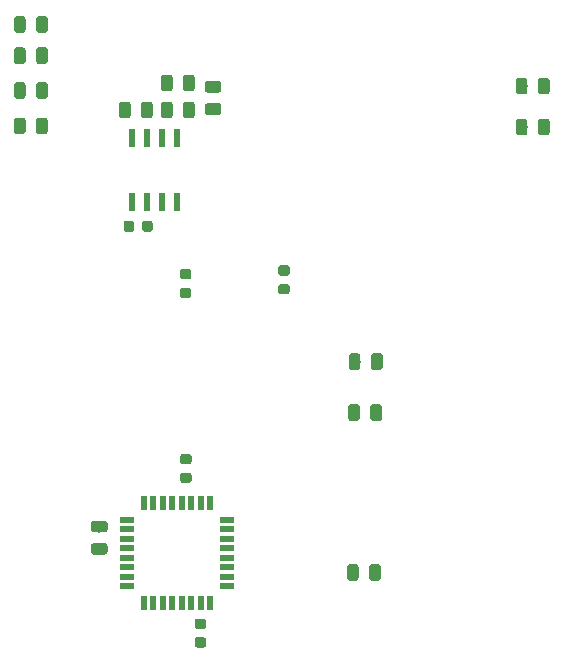
<source format=gbr>
G04 #@! TF.GenerationSoftware,KiCad,Pcbnew,5.0.1+dfsg1-3*
G04 #@! TF.CreationDate,2018-11-04T01:21:10+01:00*
G04 #@! TF.ProjectId,stk3700_beesensors,73746B333730305F62656573656E736F,rev?*
G04 #@! TF.SameCoordinates,Original*
G04 #@! TF.FileFunction,Paste,Bot*
G04 #@! TF.FilePolarity,Positive*
%FSLAX46Y46*%
G04 Gerber Fmt 4.6, Leading zero omitted, Abs format (unit mm)*
G04 Created by KiCad (PCBNEW 5.0.1+dfsg1-3) date Sun 04 Nov 2018 01:21:10 CET*
%MOMM*%
%LPD*%
G01*
G04 APERTURE LIST*
%ADD10C,0.100000*%
%ADD11C,0.875000*%
%ADD12C,0.975000*%
%ADD13R,0.600000X1.550000*%
%ADD14R,1.200000X0.600000*%
%ADD15R,0.600000X1.200000*%
G04 APERTURE END LIST*
D10*
G04 #@! TO.C,C9*
G36*
X100963291Y-90368453D02*
X100984526Y-90371603D01*
X101005350Y-90376819D01*
X101025562Y-90384051D01*
X101044968Y-90393230D01*
X101063381Y-90404266D01*
X101080624Y-90417054D01*
X101096530Y-90431470D01*
X101110946Y-90447376D01*
X101123734Y-90464619D01*
X101134770Y-90483032D01*
X101143949Y-90502438D01*
X101151181Y-90522650D01*
X101156397Y-90543474D01*
X101159547Y-90564709D01*
X101160600Y-90586150D01*
X101160600Y-91023650D01*
X101159547Y-91045091D01*
X101156397Y-91066326D01*
X101151181Y-91087150D01*
X101143949Y-91107362D01*
X101134770Y-91126768D01*
X101123734Y-91145181D01*
X101110946Y-91162424D01*
X101096530Y-91178330D01*
X101080624Y-91192746D01*
X101063381Y-91205534D01*
X101044968Y-91216570D01*
X101025562Y-91225749D01*
X101005350Y-91232981D01*
X100984526Y-91238197D01*
X100963291Y-91241347D01*
X100941850Y-91242400D01*
X100429350Y-91242400D01*
X100407909Y-91241347D01*
X100386674Y-91238197D01*
X100365850Y-91232981D01*
X100345638Y-91225749D01*
X100326232Y-91216570D01*
X100307819Y-91205534D01*
X100290576Y-91192746D01*
X100274670Y-91178330D01*
X100260254Y-91162424D01*
X100247466Y-91145181D01*
X100236430Y-91126768D01*
X100227251Y-91107362D01*
X100220019Y-91087150D01*
X100214803Y-91066326D01*
X100211653Y-91045091D01*
X100210600Y-91023650D01*
X100210600Y-90586150D01*
X100211653Y-90564709D01*
X100214803Y-90543474D01*
X100220019Y-90522650D01*
X100227251Y-90502438D01*
X100236430Y-90483032D01*
X100247466Y-90464619D01*
X100260254Y-90447376D01*
X100274670Y-90431470D01*
X100290576Y-90417054D01*
X100307819Y-90404266D01*
X100326232Y-90393230D01*
X100345638Y-90384051D01*
X100365850Y-90376819D01*
X100386674Y-90371603D01*
X100407909Y-90368453D01*
X100429350Y-90367400D01*
X100941850Y-90367400D01*
X100963291Y-90368453D01*
X100963291Y-90368453D01*
G37*
D11*
X100685600Y-90804900D03*
D10*
G36*
X100963291Y-91943453D02*
X100984526Y-91946603D01*
X101005350Y-91951819D01*
X101025562Y-91959051D01*
X101044968Y-91968230D01*
X101063381Y-91979266D01*
X101080624Y-91992054D01*
X101096530Y-92006470D01*
X101110946Y-92022376D01*
X101123734Y-92039619D01*
X101134770Y-92058032D01*
X101143949Y-92077438D01*
X101151181Y-92097650D01*
X101156397Y-92118474D01*
X101159547Y-92139709D01*
X101160600Y-92161150D01*
X101160600Y-92598650D01*
X101159547Y-92620091D01*
X101156397Y-92641326D01*
X101151181Y-92662150D01*
X101143949Y-92682362D01*
X101134770Y-92701768D01*
X101123734Y-92720181D01*
X101110946Y-92737424D01*
X101096530Y-92753330D01*
X101080624Y-92767746D01*
X101063381Y-92780534D01*
X101044968Y-92791570D01*
X101025562Y-92800749D01*
X101005350Y-92807981D01*
X100984526Y-92813197D01*
X100963291Y-92816347D01*
X100941850Y-92817400D01*
X100429350Y-92817400D01*
X100407909Y-92816347D01*
X100386674Y-92813197D01*
X100365850Y-92807981D01*
X100345638Y-92800749D01*
X100326232Y-92791570D01*
X100307819Y-92780534D01*
X100290576Y-92767746D01*
X100274670Y-92753330D01*
X100260254Y-92737424D01*
X100247466Y-92720181D01*
X100236430Y-92701768D01*
X100227251Y-92682362D01*
X100220019Y-92662150D01*
X100214803Y-92641326D01*
X100211653Y-92620091D01*
X100210600Y-92598650D01*
X100210600Y-92161150D01*
X100211653Y-92139709D01*
X100214803Y-92118474D01*
X100220019Y-92097650D01*
X100227251Y-92077438D01*
X100236430Y-92058032D01*
X100247466Y-92039619D01*
X100260254Y-92022376D01*
X100274670Y-92006470D01*
X100290576Y-91992054D01*
X100307819Y-91979266D01*
X100326232Y-91968230D01*
X100345638Y-91959051D01*
X100365850Y-91951819D01*
X100386674Y-91946603D01*
X100407909Y-91943453D01*
X100429350Y-91942400D01*
X100941850Y-91942400D01*
X100963291Y-91943453D01*
X100963291Y-91943453D01*
G37*
D11*
X100685600Y-92379900D03*
G04 #@! TD*
D10*
G04 #@! TO.C,C7*
G36*
X102182491Y-105888053D02*
X102203726Y-105891203D01*
X102224550Y-105896419D01*
X102244762Y-105903651D01*
X102264168Y-105912830D01*
X102282581Y-105923866D01*
X102299824Y-105936654D01*
X102315730Y-105951070D01*
X102330146Y-105966976D01*
X102342934Y-105984219D01*
X102353970Y-106002632D01*
X102363149Y-106022038D01*
X102370381Y-106042250D01*
X102375597Y-106063074D01*
X102378747Y-106084309D01*
X102379800Y-106105750D01*
X102379800Y-106543250D01*
X102378747Y-106564691D01*
X102375597Y-106585926D01*
X102370381Y-106606750D01*
X102363149Y-106626962D01*
X102353970Y-106646368D01*
X102342934Y-106664781D01*
X102330146Y-106682024D01*
X102315730Y-106697930D01*
X102299824Y-106712346D01*
X102282581Y-106725134D01*
X102264168Y-106736170D01*
X102244762Y-106745349D01*
X102224550Y-106752581D01*
X102203726Y-106757797D01*
X102182491Y-106760947D01*
X102161050Y-106762000D01*
X101648550Y-106762000D01*
X101627109Y-106760947D01*
X101605874Y-106757797D01*
X101585050Y-106752581D01*
X101564838Y-106745349D01*
X101545432Y-106736170D01*
X101527019Y-106725134D01*
X101509776Y-106712346D01*
X101493870Y-106697930D01*
X101479454Y-106682024D01*
X101466666Y-106664781D01*
X101455630Y-106646368D01*
X101446451Y-106626962D01*
X101439219Y-106606750D01*
X101434003Y-106585926D01*
X101430853Y-106564691D01*
X101429800Y-106543250D01*
X101429800Y-106105750D01*
X101430853Y-106084309D01*
X101434003Y-106063074D01*
X101439219Y-106042250D01*
X101446451Y-106022038D01*
X101455630Y-106002632D01*
X101466666Y-105984219D01*
X101479454Y-105966976D01*
X101493870Y-105951070D01*
X101509776Y-105936654D01*
X101527019Y-105923866D01*
X101545432Y-105912830D01*
X101564838Y-105903651D01*
X101585050Y-105896419D01*
X101605874Y-105891203D01*
X101627109Y-105888053D01*
X101648550Y-105887000D01*
X102161050Y-105887000D01*
X102182491Y-105888053D01*
X102182491Y-105888053D01*
G37*
D11*
X101904800Y-106324500D03*
D10*
G36*
X102182491Y-104313053D02*
X102203726Y-104316203D01*
X102224550Y-104321419D01*
X102244762Y-104328651D01*
X102264168Y-104337830D01*
X102282581Y-104348866D01*
X102299824Y-104361654D01*
X102315730Y-104376070D01*
X102330146Y-104391976D01*
X102342934Y-104409219D01*
X102353970Y-104427632D01*
X102363149Y-104447038D01*
X102370381Y-104467250D01*
X102375597Y-104488074D01*
X102378747Y-104509309D01*
X102379800Y-104530750D01*
X102379800Y-104968250D01*
X102378747Y-104989691D01*
X102375597Y-105010926D01*
X102370381Y-105031750D01*
X102363149Y-105051962D01*
X102353970Y-105071368D01*
X102342934Y-105089781D01*
X102330146Y-105107024D01*
X102315730Y-105122930D01*
X102299824Y-105137346D01*
X102282581Y-105150134D01*
X102264168Y-105161170D01*
X102244762Y-105170349D01*
X102224550Y-105177581D01*
X102203726Y-105182797D01*
X102182491Y-105185947D01*
X102161050Y-105187000D01*
X101648550Y-105187000D01*
X101627109Y-105185947D01*
X101605874Y-105182797D01*
X101585050Y-105177581D01*
X101564838Y-105170349D01*
X101545432Y-105161170D01*
X101527019Y-105150134D01*
X101509776Y-105137346D01*
X101493870Y-105122930D01*
X101479454Y-105107024D01*
X101466666Y-105089781D01*
X101455630Y-105071368D01*
X101446451Y-105051962D01*
X101439219Y-105031750D01*
X101434003Y-105010926D01*
X101430853Y-104989691D01*
X101429800Y-104968250D01*
X101429800Y-104530750D01*
X101430853Y-104509309D01*
X101434003Y-104488074D01*
X101439219Y-104467250D01*
X101446451Y-104447038D01*
X101455630Y-104427632D01*
X101466666Y-104409219D01*
X101479454Y-104391976D01*
X101493870Y-104376070D01*
X101509776Y-104361654D01*
X101527019Y-104348866D01*
X101545432Y-104337830D01*
X101564838Y-104328651D01*
X101585050Y-104321419D01*
X101605874Y-104316203D01*
X101627109Y-104313053D01*
X101648550Y-104312000D01*
X102161050Y-104312000D01*
X102182491Y-104313053D01*
X102182491Y-104313053D01*
G37*
D11*
X101904800Y-104749500D03*
G04 #@! TD*
D10*
G04 #@! TO.C,C3*
G36*
X103464442Y-58799574D02*
X103488103Y-58803084D01*
X103511307Y-58808896D01*
X103533829Y-58816954D01*
X103555453Y-58827182D01*
X103575970Y-58839479D01*
X103595183Y-58853729D01*
X103612907Y-58869793D01*
X103628971Y-58887517D01*
X103643221Y-58906730D01*
X103655518Y-58927247D01*
X103665746Y-58948871D01*
X103673804Y-58971393D01*
X103679616Y-58994597D01*
X103683126Y-59018258D01*
X103684300Y-59042150D01*
X103684300Y-59529650D01*
X103683126Y-59553542D01*
X103679616Y-59577203D01*
X103673804Y-59600407D01*
X103665746Y-59622929D01*
X103655518Y-59644553D01*
X103643221Y-59665070D01*
X103628971Y-59684283D01*
X103612907Y-59702007D01*
X103595183Y-59718071D01*
X103575970Y-59732321D01*
X103555453Y-59744618D01*
X103533829Y-59754846D01*
X103511307Y-59762904D01*
X103488103Y-59768716D01*
X103464442Y-59772226D01*
X103440550Y-59773400D01*
X102528050Y-59773400D01*
X102504158Y-59772226D01*
X102480497Y-59768716D01*
X102457293Y-59762904D01*
X102434771Y-59754846D01*
X102413147Y-59744618D01*
X102392630Y-59732321D01*
X102373417Y-59718071D01*
X102355693Y-59702007D01*
X102339629Y-59684283D01*
X102325379Y-59665070D01*
X102313082Y-59644553D01*
X102302854Y-59622929D01*
X102294796Y-59600407D01*
X102288984Y-59577203D01*
X102285474Y-59553542D01*
X102284300Y-59529650D01*
X102284300Y-59042150D01*
X102285474Y-59018258D01*
X102288984Y-58994597D01*
X102294796Y-58971393D01*
X102302854Y-58948871D01*
X102313082Y-58927247D01*
X102325379Y-58906730D01*
X102339629Y-58887517D01*
X102355693Y-58869793D01*
X102373417Y-58853729D01*
X102392630Y-58839479D01*
X102413147Y-58827182D01*
X102434771Y-58816954D01*
X102457293Y-58808896D01*
X102480497Y-58803084D01*
X102504158Y-58799574D01*
X102528050Y-58798400D01*
X103440550Y-58798400D01*
X103464442Y-58799574D01*
X103464442Y-58799574D01*
G37*
D12*
X102984300Y-59285900D03*
D10*
G36*
X103464442Y-60674574D02*
X103488103Y-60678084D01*
X103511307Y-60683896D01*
X103533829Y-60691954D01*
X103555453Y-60702182D01*
X103575970Y-60714479D01*
X103595183Y-60728729D01*
X103612907Y-60744793D01*
X103628971Y-60762517D01*
X103643221Y-60781730D01*
X103655518Y-60802247D01*
X103665746Y-60823871D01*
X103673804Y-60846393D01*
X103679616Y-60869597D01*
X103683126Y-60893258D01*
X103684300Y-60917150D01*
X103684300Y-61404650D01*
X103683126Y-61428542D01*
X103679616Y-61452203D01*
X103673804Y-61475407D01*
X103665746Y-61497929D01*
X103655518Y-61519553D01*
X103643221Y-61540070D01*
X103628971Y-61559283D01*
X103612907Y-61577007D01*
X103595183Y-61593071D01*
X103575970Y-61607321D01*
X103555453Y-61619618D01*
X103533829Y-61629846D01*
X103511307Y-61637904D01*
X103488103Y-61643716D01*
X103464442Y-61647226D01*
X103440550Y-61648400D01*
X102528050Y-61648400D01*
X102504158Y-61647226D01*
X102480497Y-61643716D01*
X102457293Y-61637904D01*
X102434771Y-61629846D01*
X102413147Y-61619618D01*
X102392630Y-61607321D01*
X102373417Y-61593071D01*
X102355693Y-61577007D01*
X102339629Y-61559283D01*
X102325379Y-61540070D01*
X102313082Y-61519553D01*
X102302854Y-61497929D01*
X102294796Y-61475407D01*
X102288984Y-61452203D01*
X102285474Y-61428542D01*
X102284300Y-61404650D01*
X102284300Y-60917150D01*
X102285474Y-60893258D01*
X102288984Y-60869597D01*
X102294796Y-60846393D01*
X102302854Y-60823871D01*
X102313082Y-60802247D01*
X102325379Y-60781730D01*
X102339629Y-60762517D01*
X102355693Y-60744793D01*
X102373417Y-60728729D01*
X102392630Y-60714479D01*
X102413147Y-60702182D01*
X102434771Y-60691954D01*
X102457293Y-60683896D01*
X102480497Y-60678084D01*
X102504158Y-60674574D01*
X102528050Y-60673400D01*
X103440550Y-60673400D01*
X103464442Y-60674574D01*
X103464442Y-60674574D01*
G37*
D12*
X102984300Y-61160900D03*
G04 #@! TD*
D10*
G04 #@! TO.C,C6*
G36*
X131253142Y-58533974D02*
X131276803Y-58537484D01*
X131300007Y-58543296D01*
X131322529Y-58551354D01*
X131344153Y-58561582D01*
X131364670Y-58573879D01*
X131383883Y-58588129D01*
X131401607Y-58604193D01*
X131417671Y-58621917D01*
X131431921Y-58641130D01*
X131444218Y-58661647D01*
X131454446Y-58683271D01*
X131462504Y-58705793D01*
X131468316Y-58728997D01*
X131471826Y-58752658D01*
X131473000Y-58776550D01*
X131473000Y-59689050D01*
X131471826Y-59712942D01*
X131468316Y-59736603D01*
X131462504Y-59759807D01*
X131454446Y-59782329D01*
X131444218Y-59803953D01*
X131431921Y-59824470D01*
X131417671Y-59843683D01*
X131401607Y-59861407D01*
X131383883Y-59877471D01*
X131364670Y-59891721D01*
X131344153Y-59904018D01*
X131322529Y-59914246D01*
X131300007Y-59922304D01*
X131276803Y-59928116D01*
X131253142Y-59931626D01*
X131229250Y-59932800D01*
X130741750Y-59932800D01*
X130717858Y-59931626D01*
X130694197Y-59928116D01*
X130670993Y-59922304D01*
X130648471Y-59914246D01*
X130626847Y-59904018D01*
X130606330Y-59891721D01*
X130587117Y-59877471D01*
X130569393Y-59861407D01*
X130553329Y-59843683D01*
X130539079Y-59824470D01*
X130526782Y-59803953D01*
X130516554Y-59782329D01*
X130508496Y-59759807D01*
X130502684Y-59736603D01*
X130499174Y-59712942D01*
X130498000Y-59689050D01*
X130498000Y-58776550D01*
X130499174Y-58752658D01*
X130502684Y-58728997D01*
X130508496Y-58705793D01*
X130516554Y-58683271D01*
X130526782Y-58661647D01*
X130539079Y-58641130D01*
X130553329Y-58621917D01*
X130569393Y-58604193D01*
X130587117Y-58588129D01*
X130606330Y-58573879D01*
X130626847Y-58561582D01*
X130648471Y-58551354D01*
X130670993Y-58543296D01*
X130694197Y-58537484D01*
X130717858Y-58533974D01*
X130741750Y-58532800D01*
X131229250Y-58532800D01*
X131253142Y-58533974D01*
X131253142Y-58533974D01*
G37*
D12*
X130985500Y-59232800D03*
D10*
G36*
X129378142Y-58533974D02*
X129401803Y-58537484D01*
X129425007Y-58543296D01*
X129447529Y-58551354D01*
X129469153Y-58561582D01*
X129489670Y-58573879D01*
X129508883Y-58588129D01*
X129526607Y-58604193D01*
X129542671Y-58621917D01*
X129556921Y-58641130D01*
X129569218Y-58661647D01*
X129579446Y-58683271D01*
X129587504Y-58705793D01*
X129593316Y-58728997D01*
X129596826Y-58752658D01*
X129598000Y-58776550D01*
X129598000Y-59689050D01*
X129596826Y-59712942D01*
X129593316Y-59736603D01*
X129587504Y-59759807D01*
X129579446Y-59782329D01*
X129569218Y-59803953D01*
X129556921Y-59824470D01*
X129542671Y-59843683D01*
X129526607Y-59861407D01*
X129508883Y-59877471D01*
X129489670Y-59891721D01*
X129469153Y-59904018D01*
X129447529Y-59914246D01*
X129425007Y-59922304D01*
X129401803Y-59928116D01*
X129378142Y-59931626D01*
X129354250Y-59932800D01*
X128866750Y-59932800D01*
X128842858Y-59931626D01*
X128819197Y-59928116D01*
X128795993Y-59922304D01*
X128773471Y-59914246D01*
X128751847Y-59904018D01*
X128731330Y-59891721D01*
X128712117Y-59877471D01*
X128694393Y-59861407D01*
X128678329Y-59843683D01*
X128664079Y-59824470D01*
X128651782Y-59803953D01*
X128641554Y-59782329D01*
X128633496Y-59759807D01*
X128627684Y-59736603D01*
X128624174Y-59712942D01*
X128623000Y-59689050D01*
X128623000Y-58776550D01*
X128624174Y-58752658D01*
X128627684Y-58728997D01*
X128633496Y-58705793D01*
X128641554Y-58683271D01*
X128651782Y-58661647D01*
X128664079Y-58641130D01*
X128678329Y-58621917D01*
X128694393Y-58604193D01*
X128712117Y-58588129D01*
X128731330Y-58573879D01*
X128751847Y-58561582D01*
X128773471Y-58551354D01*
X128795993Y-58543296D01*
X128819197Y-58537484D01*
X128842858Y-58533974D01*
X128866750Y-58532800D01*
X129354250Y-58532800D01*
X129378142Y-58533974D01*
X129378142Y-58533974D01*
G37*
D12*
X129110500Y-59232800D03*
G04 #@! TD*
D10*
G04 #@! TO.C,C13*
G36*
X100932811Y-74706813D02*
X100954046Y-74709963D01*
X100974870Y-74715179D01*
X100995082Y-74722411D01*
X101014488Y-74731590D01*
X101032901Y-74742626D01*
X101050144Y-74755414D01*
X101066050Y-74769830D01*
X101080466Y-74785736D01*
X101093254Y-74802979D01*
X101104290Y-74821392D01*
X101113469Y-74840798D01*
X101120701Y-74861010D01*
X101125917Y-74881834D01*
X101129067Y-74903069D01*
X101130120Y-74924510D01*
X101130120Y-75362010D01*
X101129067Y-75383451D01*
X101125917Y-75404686D01*
X101120701Y-75425510D01*
X101113469Y-75445722D01*
X101104290Y-75465128D01*
X101093254Y-75483541D01*
X101080466Y-75500784D01*
X101066050Y-75516690D01*
X101050144Y-75531106D01*
X101032901Y-75543894D01*
X101014488Y-75554930D01*
X100995082Y-75564109D01*
X100974870Y-75571341D01*
X100954046Y-75576557D01*
X100932811Y-75579707D01*
X100911370Y-75580760D01*
X100398870Y-75580760D01*
X100377429Y-75579707D01*
X100356194Y-75576557D01*
X100335370Y-75571341D01*
X100315158Y-75564109D01*
X100295752Y-75554930D01*
X100277339Y-75543894D01*
X100260096Y-75531106D01*
X100244190Y-75516690D01*
X100229774Y-75500784D01*
X100216986Y-75483541D01*
X100205950Y-75465128D01*
X100196771Y-75445722D01*
X100189539Y-75425510D01*
X100184323Y-75404686D01*
X100181173Y-75383451D01*
X100180120Y-75362010D01*
X100180120Y-74924510D01*
X100181173Y-74903069D01*
X100184323Y-74881834D01*
X100189539Y-74861010D01*
X100196771Y-74840798D01*
X100205950Y-74821392D01*
X100216986Y-74802979D01*
X100229774Y-74785736D01*
X100244190Y-74769830D01*
X100260096Y-74755414D01*
X100277339Y-74742626D01*
X100295752Y-74731590D01*
X100315158Y-74722411D01*
X100335370Y-74715179D01*
X100356194Y-74709963D01*
X100377429Y-74706813D01*
X100398870Y-74705760D01*
X100911370Y-74705760D01*
X100932811Y-74706813D01*
X100932811Y-74706813D01*
G37*
D11*
X100655120Y-75143260D03*
D10*
G36*
X100932811Y-76281813D02*
X100954046Y-76284963D01*
X100974870Y-76290179D01*
X100995082Y-76297411D01*
X101014488Y-76306590D01*
X101032901Y-76317626D01*
X101050144Y-76330414D01*
X101066050Y-76344830D01*
X101080466Y-76360736D01*
X101093254Y-76377979D01*
X101104290Y-76396392D01*
X101113469Y-76415798D01*
X101120701Y-76436010D01*
X101125917Y-76456834D01*
X101129067Y-76478069D01*
X101130120Y-76499510D01*
X101130120Y-76937010D01*
X101129067Y-76958451D01*
X101125917Y-76979686D01*
X101120701Y-77000510D01*
X101113469Y-77020722D01*
X101104290Y-77040128D01*
X101093254Y-77058541D01*
X101080466Y-77075784D01*
X101066050Y-77091690D01*
X101050144Y-77106106D01*
X101032901Y-77118894D01*
X101014488Y-77129930D01*
X100995082Y-77139109D01*
X100974870Y-77146341D01*
X100954046Y-77151557D01*
X100932811Y-77154707D01*
X100911370Y-77155760D01*
X100398870Y-77155760D01*
X100377429Y-77154707D01*
X100356194Y-77151557D01*
X100335370Y-77146341D01*
X100315158Y-77139109D01*
X100295752Y-77129930D01*
X100277339Y-77118894D01*
X100260096Y-77106106D01*
X100244190Y-77091690D01*
X100229774Y-77075784D01*
X100216986Y-77058541D01*
X100205950Y-77040128D01*
X100196771Y-77020722D01*
X100189539Y-77000510D01*
X100184323Y-76979686D01*
X100181173Y-76958451D01*
X100180120Y-76937010D01*
X100180120Y-76499510D01*
X100181173Y-76478069D01*
X100184323Y-76456834D01*
X100189539Y-76436010D01*
X100196771Y-76415798D01*
X100205950Y-76396392D01*
X100216986Y-76377979D01*
X100229774Y-76360736D01*
X100244190Y-76344830D01*
X100260096Y-76330414D01*
X100277339Y-76317626D01*
X100295752Y-76306590D01*
X100315158Y-76297411D01*
X100335370Y-76290179D01*
X100356194Y-76284963D01*
X100377429Y-76281813D01*
X100398870Y-76280760D01*
X100911370Y-76280760D01*
X100932811Y-76281813D01*
X100932811Y-76281813D01*
G37*
D11*
X100655120Y-76718260D03*
G04 #@! TD*
D10*
G04 #@! TO.C,C15*
G36*
X109264011Y-75977013D02*
X109285246Y-75980163D01*
X109306070Y-75985379D01*
X109326282Y-75992611D01*
X109345688Y-76001790D01*
X109364101Y-76012826D01*
X109381344Y-76025614D01*
X109397250Y-76040030D01*
X109411666Y-76055936D01*
X109424454Y-76073179D01*
X109435490Y-76091592D01*
X109444669Y-76110998D01*
X109451901Y-76131210D01*
X109457117Y-76152034D01*
X109460267Y-76173269D01*
X109461320Y-76194710D01*
X109461320Y-76632210D01*
X109460267Y-76653651D01*
X109457117Y-76674886D01*
X109451901Y-76695710D01*
X109444669Y-76715922D01*
X109435490Y-76735328D01*
X109424454Y-76753741D01*
X109411666Y-76770984D01*
X109397250Y-76786890D01*
X109381344Y-76801306D01*
X109364101Y-76814094D01*
X109345688Y-76825130D01*
X109326282Y-76834309D01*
X109306070Y-76841541D01*
X109285246Y-76846757D01*
X109264011Y-76849907D01*
X109242570Y-76850960D01*
X108730070Y-76850960D01*
X108708629Y-76849907D01*
X108687394Y-76846757D01*
X108666570Y-76841541D01*
X108646358Y-76834309D01*
X108626952Y-76825130D01*
X108608539Y-76814094D01*
X108591296Y-76801306D01*
X108575390Y-76786890D01*
X108560974Y-76770984D01*
X108548186Y-76753741D01*
X108537150Y-76735328D01*
X108527971Y-76715922D01*
X108520739Y-76695710D01*
X108515523Y-76674886D01*
X108512373Y-76653651D01*
X108511320Y-76632210D01*
X108511320Y-76194710D01*
X108512373Y-76173269D01*
X108515523Y-76152034D01*
X108520739Y-76131210D01*
X108527971Y-76110998D01*
X108537150Y-76091592D01*
X108548186Y-76073179D01*
X108560974Y-76055936D01*
X108575390Y-76040030D01*
X108591296Y-76025614D01*
X108608539Y-76012826D01*
X108626952Y-76001790D01*
X108646358Y-75992611D01*
X108666570Y-75985379D01*
X108687394Y-75980163D01*
X108708629Y-75977013D01*
X108730070Y-75975960D01*
X109242570Y-75975960D01*
X109264011Y-75977013D01*
X109264011Y-75977013D01*
G37*
D11*
X108986320Y-76413460D03*
D10*
G36*
X109264011Y-74402013D02*
X109285246Y-74405163D01*
X109306070Y-74410379D01*
X109326282Y-74417611D01*
X109345688Y-74426790D01*
X109364101Y-74437826D01*
X109381344Y-74450614D01*
X109397250Y-74465030D01*
X109411666Y-74480936D01*
X109424454Y-74498179D01*
X109435490Y-74516592D01*
X109444669Y-74535998D01*
X109451901Y-74556210D01*
X109457117Y-74577034D01*
X109460267Y-74598269D01*
X109461320Y-74619710D01*
X109461320Y-75057210D01*
X109460267Y-75078651D01*
X109457117Y-75099886D01*
X109451901Y-75120710D01*
X109444669Y-75140922D01*
X109435490Y-75160328D01*
X109424454Y-75178741D01*
X109411666Y-75195984D01*
X109397250Y-75211890D01*
X109381344Y-75226306D01*
X109364101Y-75239094D01*
X109345688Y-75250130D01*
X109326282Y-75259309D01*
X109306070Y-75266541D01*
X109285246Y-75271757D01*
X109264011Y-75274907D01*
X109242570Y-75275960D01*
X108730070Y-75275960D01*
X108708629Y-75274907D01*
X108687394Y-75271757D01*
X108666570Y-75266541D01*
X108646358Y-75259309D01*
X108626952Y-75250130D01*
X108608539Y-75239094D01*
X108591296Y-75226306D01*
X108575390Y-75211890D01*
X108560974Y-75195984D01*
X108548186Y-75178741D01*
X108537150Y-75160328D01*
X108527971Y-75140922D01*
X108520739Y-75120710D01*
X108515523Y-75099886D01*
X108512373Y-75078651D01*
X108511320Y-75057210D01*
X108511320Y-74619710D01*
X108512373Y-74598269D01*
X108515523Y-74577034D01*
X108520739Y-74556210D01*
X108527971Y-74535998D01*
X108537150Y-74516592D01*
X108548186Y-74498179D01*
X108560974Y-74480936D01*
X108575390Y-74465030D01*
X108591296Y-74450614D01*
X108608539Y-74437826D01*
X108626952Y-74426790D01*
X108646358Y-74417611D01*
X108666570Y-74410379D01*
X108687394Y-74405163D01*
X108708629Y-74402013D01*
X108730070Y-74400960D01*
X109242570Y-74400960D01*
X109264011Y-74402013D01*
X109264011Y-74402013D01*
G37*
D11*
X108986320Y-74838460D03*
G04 #@! TD*
D10*
G04 #@! TO.C,C17*
G36*
X97661991Y-70607953D02*
X97683226Y-70611103D01*
X97704050Y-70616319D01*
X97724262Y-70623551D01*
X97743668Y-70632730D01*
X97762081Y-70643766D01*
X97779324Y-70656554D01*
X97795230Y-70670970D01*
X97809646Y-70686876D01*
X97822434Y-70704119D01*
X97833470Y-70722532D01*
X97842649Y-70741938D01*
X97849881Y-70762150D01*
X97855097Y-70782974D01*
X97858247Y-70804209D01*
X97859300Y-70825650D01*
X97859300Y-71338150D01*
X97858247Y-71359591D01*
X97855097Y-71380826D01*
X97849881Y-71401650D01*
X97842649Y-71421862D01*
X97833470Y-71441268D01*
X97822434Y-71459681D01*
X97809646Y-71476924D01*
X97795230Y-71492830D01*
X97779324Y-71507246D01*
X97762081Y-71520034D01*
X97743668Y-71531070D01*
X97724262Y-71540249D01*
X97704050Y-71547481D01*
X97683226Y-71552697D01*
X97661991Y-71555847D01*
X97640550Y-71556900D01*
X97203050Y-71556900D01*
X97181609Y-71555847D01*
X97160374Y-71552697D01*
X97139550Y-71547481D01*
X97119338Y-71540249D01*
X97099932Y-71531070D01*
X97081519Y-71520034D01*
X97064276Y-71507246D01*
X97048370Y-71492830D01*
X97033954Y-71476924D01*
X97021166Y-71459681D01*
X97010130Y-71441268D01*
X97000951Y-71421862D01*
X96993719Y-71401650D01*
X96988503Y-71380826D01*
X96985353Y-71359591D01*
X96984300Y-71338150D01*
X96984300Y-70825650D01*
X96985353Y-70804209D01*
X96988503Y-70782974D01*
X96993719Y-70762150D01*
X97000951Y-70741938D01*
X97010130Y-70722532D01*
X97021166Y-70704119D01*
X97033954Y-70686876D01*
X97048370Y-70670970D01*
X97064276Y-70656554D01*
X97081519Y-70643766D01*
X97099932Y-70632730D01*
X97119338Y-70623551D01*
X97139550Y-70616319D01*
X97160374Y-70611103D01*
X97181609Y-70607953D01*
X97203050Y-70606900D01*
X97640550Y-70606900D01*
X97661991Y-70607953D01*
X97661991Y-70607953D01*
G37*
D11*
X97421800Y-71081900D03*
D10*
G36*
X96086991Y-70607953D02*
X96108226Y-70611103D01*
X96129050Y-70616319D01*
X96149262Y-70623551D01*
X96168668Y-70632730D01*
X96187081Y-70643766D01*
X96204324Y-70656554D01*
X96220230Y-70670970D01*
X96234646Y-70686876D01*
X96247434Y-70704119D01*
X96258470Y-70722532D01*
X96267649Y-70741938D01*
X96274881Y-70762150D01*
X96280097Y-70782974D01*
X96283247Y-70804209D01*
X96284300Y-70825650D01*
X96284300Y-71338150D01*
X96283247Y-71359591D01*
X96280097Y-71380826D01*
X96274881Y-71401650D01*
X96267649Y-71421862D01*
X96258470Y-71441268D01*
X96247434Y-71459681D01*
X96234646Y-71476924D01*
X96220230Y-71492830D01*
X96204324Y-71507246D01*
X96187081Y-71520034D01*
X96168668Y-71531070D01*
X96149262Y-71540249D01*
X96129050Y-71547481D01*
X96108226Y-71552697D01*
X96086991Y-71555847D01*
X96065550Y-71556900D01*
X95628050Y-71556900D01*
X95606609Y-71555847D01*
X95585374Y-71552697D01*
X95564550Y-71547481D01*
X95544338Y-71540249D01*
X95524932Y-71531070D01*
X95506519Y-71520034D01*
X95489276Y-71507246D01*
X95473370Y-71492830D01*
X95458954Y-71476924D01*
X95446166Y-71459681D01*
X95435130Y-71441268D01*
X95425951Y-71421862D01*
X95418719Y-71401650D01*
X95413503Y-71380826D01*
X95410353Y-71359591D01*
X95409300Y-71338150D01*
X95409300Y-70825650D01*
X95410353Y-70804209D01*
X95413503Y-70782974D01*
X95418719Y-70762150D01*
X95425951Y-70741938D01*
X95435130Y-70722532D01*
X95446166Y-70704119D01*
X95458954Y-70686876D01*
X95473370Y-70670970D01*
X95489276Y-70656554D01*
X95506519Y-70643766D01*
X95524932Y-70632730D01*
X95544338Y-70623551D01*
X95564550Y-70616319D01*
X95585374Y-70611103D01*
X95606609Y-70607953D01*
X95628050Y-70606900D01*
X96065550Y-70606900D01*
X96086991Y-70607953D01*
X96086991Y-70607953D01*
G37*
D11*
X95846800Y-71081900D03*
G04 #@! TD*
D10*
G04 #@! TO.C,R5*
G36*
X101204942Y-58254574D02*
X101228603Y-58258084D01*
X101251807Y-58263896D01*
X101274329Y-58271954D01*
X101295953Y-58282182D01*
X101316470Y-58294479D01*
X101335683Y-58308729D01*
X101353407Y-58324793D01*
X101369471Y-58342517D01*
X101383721Y-58361730D01*
X101396018Y-58382247D01*
X101406246Y-58403871D01*
X101414304Y-58426393D01*
X101420116Y-58449597D01*
X101423626Y-58473258D01*
X101424800Y-58497150D01*
X101424800Y-59409650D01*
X101423626Y-59433542D01*
X101420116Y-59457203D01*
X101414304Y-59480407D01*
X101406246Y-59502929D01*
X101396018Y-59524553D01*
X101383721Y-59545070D01*
X101369471Y-59564283D01*
X101353407Y-59582007D01*
X101335683Y-59598071D01*
X101316470Y-59612321D01*
X101295953Y-59624618D01*
X101274329Y-59634846D01*
X101251807Y-59642904D01*
X101228603Y-59648716D01*
X101204942Y-59652226D01*
X101181050Y-59653400D01*
X100693550Y-59653400D01*
X100669658Y-59652226D01*
X100645997Y-59648716D01*
X100622793Y-59642904D01*
X100600271Y-59634846D01*
X100578647Y-59624618D01*
X100558130Y-59612321D01*
X100538917Y-59598071D01*
X100521193Y-59582007D01*
X100505129Y-59564283D01*
X100490879Y-59545070D01*
X100478582Y-59524553D01*
X100468354Y-59502929D01*
X100460296Y-59480407D01*
X100454484Y-59457203D01*
X100450974Y-59433542D01*
X100449800Y-59409650D01*
X100449800Y-58497150D01*
X100450974Y-58473258D01*
X100454484Y-58449597D01*
X100460296Y-58426393D01*
X100468354Y-58403871D01*
X100478582Y-58382247D01*
X100490879Y-58361730D01*
X100505129Y-58342517D01*
X100521193Y-58324793D01*
X100538917Y-58308729D01*
X100558130Y-58294479D01*
X100578647Y-58282182D01*
X100600271Y-58271954D01*
X100622793Y-58263896D01*
X100645997Y-58258084D01*
X100669658Y-58254574D01*
X100693550Y-58253400D01*
X101181050Y-58253400D01*
X101204942Y-58254574D01*
X101204942Y-58254574D01*
G37*
D12*
X100937300Y-58953400D03*
D10*
G36*
X99329942Y-58254574D02*
X99353603Y-58258084D01*
X99376807Y-58263896D01*
X99399329Y-58271954D01*
X99420953Y-58282182D01*
X99441470Y-58294479D01*
X99460683Y-58308729D01*
X99478407Y-58324793D01*
X99494471Y-58342517D01*
X99508721Y-58361730D01*
X99521018Y-58382247D01*
X99531246Y-58403871D01*
X99539304Y-58426393D01*
X99545116Y-58449597D01*
X99548626Y-58473258D01*
X99549800Y-58497150D01*
X99549800Y-59409650D01*
X99548626Y-59433542D01*
X99545116Y-59457203D01*
X99539304Y-59480407D01*
X99531246Y-59502929D01*
X99521018Y-59524553D01*
X99508721Y-59545070D01*
X99494471Y-59564283D01*
X99478407Y-59582007D01*
X99460683Y-59598071D01*
X99441470Y-59612321D01*
X99420953Y-59624618D01*
X99399329Y-59634846D01*
X99376807Y-59642904D01*
X99353603Y-59648716D01*
X99329942Y-59652226D01*
X99306050Y-59653400D01*
X98818550Y-59653400D01*
X98794658Y-59652226D01*
X98770997Y-59648716D01*
X98747793Y-59642904D01*
X98725271Y-59634846D01*
X98703647Y-59624618D01*
X98683130Y-59612321D01*
X98663917Y-59598071D01*
X98646193Y-59582007D01*
X98630129Y-59564283D01*
X98615879Y-59545070D01*
X98603582Y-59524553D01*
X98593354Y-59502929D01*
X98585296Y-59480407D01*
X98579484Y-59457203D01*
X98575974Y-59433542D01*
X98574800Y-59409650D01*
X98574800Y-58497150D01*
X98575974Y-58473258D01*
X98579484Y-58449597D01*
X98585296Y-58426393D01*
X98593354Y-58403871D01*
X98603582Y-58382247D01*
X98615879Y-58361730D01*
X98630129Y-58342517D01*
X98646193Y-58324793D01*
X98663917Y-58308729D01*
X98683130Y-58294479D01*
X98703647Y-58282182D01*
X98725271Y-58271954D01*
X98747793Y-58263896D01*
X98770997Y-58258084D01*
X98794658Y-58254574D01*
X98818550Y-58253400D01*
X99306050Y-58253400D01*
X99329942Y-58254574D01*
X99329942Y-58254574D01*
G37*
D12*
X99062300Y-58953400D03*
G04 #@! TD*
D10*
G04 #@! TO.C,R6*
G36*
X99329942Y-60540574D02*
X99353603Y-60544084D01*
X99376807Y-60549896D01*
X99399329Y-60557954D01*
X99420953Y-60568182D01*
X99441470Y-60580479D01*
X99460683Y-60594729D01*
X99478407Y-60610793D01*
X99494471Y-60628517D01*
X99508721Y-60647730D01*
X99521018Y-60668247D01*
X99531246Y-60689871D01*
X99539304Y-60712393D01*
X99545116Y-60735597D01*
X99548626Y-60759258D01*
X99549800Y-60783150D01*
X99549800Y-61695650D01*
X99548626Y-61719542D01*
X99545116Y-61743203D01*
X99539304Y-61766407D01*
X99531246Y-61788929D01*
X99521018Y-61810553D01*
X99508721Y-61831070D01*
X99494471Y-61850283D01*
X99478407Y-61868007D01*
X99460683Y-61884071D01*
X99441470Y-61898321D01*
X99420953Y-61910618D01*
X99399329Y-61920846D01*
X99376807Y-61928904D01*
X99353603Y-61934716D01*
X99329942Y-61938226D01*
X99306050Y-61939400D01*
X98818550Y-61939400D01*
X98794658Y-61938226D01*
X98770997Y-61934716D01*
X98747793Y-61928904D01*
X98725271Y-61920846D01*
X98703647Y-61910618D01*
X98683130Y-61898321D01*
X98663917Y-61884071D01*
X98646193Y-61868007D01*
X98630129Y-61850283D01*
X98615879Y-61831070D01*
X98603582Y-61810553D01*
X98593354Y-61788929D01*
X98585296Y-61766407D01*
X98579484Y-61743203D01*
X98575974Y-61719542D01*
X98574800Y-61695650D01*
X98574800Y-60783150D01*
X98575974Y-60759258D01*
X98579484Y-60735597D01*
X98585296Y-60712393D01*
X98593354Y-60689871D01*
X98603582Y-60668247D01*
X98615879Y-60647730D01*
X98630129Y-60628517D01*
X98646193Y-60610793D01*
X98663917Y-60594729D01*
X98683130Y-60580479D01*
X98703647Y-60568182D01*
X98725271Y-60557954D01*
X98747793Y-60549896D01*
X98770997Y-60544084D01*
X98794658Y-60540574D01*
X98818550Y-60539400D01*
X99306050Y-60539400D01*
X99329942Y-60540574D01*
X99329942Y-60540574D01*
G37*
D12*
X99062300Y-61239400D03*
D10*
G36*
X101204942Y-60540574D02*
X101228603Y-60544084D01*
X101251807Y-60549896D01*
X101274329Y-60557954D01*
X101295953Y-60568182D01*
X101316470Y-60580479D01*
X101335683Y-60594729D01*
X101353407Y-60610793D01*
X101369471Y-60628517D01*
X101383721Y-60647730D01*
X101396018Y-60668247D01*
X101406246Y-60689871D01*
X101414304Y-60712393D01*
X101420116Y-60735597D01*
X101423626Y-60759258D01*
X101424800Y-60783150D01*
X101424800Y-61695650D01*
X101423626Y-61719542D01*
X101420116Y-61743203D01*
X101414304Y-61766407D01*
X101406246Y-61788929D01*
X101396018Y-61810553D01*
X101383721Y-61831070D01*
X101369471Y-61850283D01*
X101353407Y-61868007D01*
X101335683Y-61884071D01*
X101316470Y-61898321D01*
X101295953Y-61910618D01*
X101274329Y-61920846D01*
X101251807Y-61928904D01*
X101228603Y-61934716D01*
X101204942Y-61938226D01*
X101181050Y-61939400D01*
X100693550Y-61939400D01*
X100669658Y-61938226D01*
X100645997Y-61934716D01*
X100622793Y-61928904D01*
X100600271Y-61920846D01*
X100578647Y-61910618D01*
X100558130Y-61898321D01*
X100538917Y-61884071D01*
X100521193Y-61868007D01*
X100505129Y-61850283D01*
X100490879Y-61831070D01*
X100478582Y-61810553D01*
X100468354Y-61788929D01*
X100460296Y-61766407D01*
X100454484Y-61743203D01*
X100450974Y-61719542D01*
X100449800Y-61695650D01*
X100449800Y-60783150D01*
X100450974Y-60759258D01*
X100454484Y-60735597D01*
X100460296Y-60712393D01*
X100468354Y-60689871D01*
X100478582Y-60668247D01*
X100490879Y-60647730D01*
X100505129Y-60628517D01*
X100521193Y-60610793D01*
X100538917Y-60594729D01*
X100558130Y-60580479D01*
X100578647Y-60568182D01*
X100600271Y-60557954D01*
X100622793Y-60549896D01*
X100645997Y-60544084D01*
X100669658Y-60540574D01*
X100693550Y-60539400D01*
X101181050Y-60539400D01*
X101204942Y-60540574D01*
X101204942Y-60540574D01*
G37*
D12*
X100937300Y-61239400D03*
G04 #@! TD*
D10*
G04 #@! TO.C,R11*
G36*
X131253142Y-61988374D02*
X131276803Y-61991884D01*
X131300007Y-61997696D01*
X131322529Y-62005754D01*
X131344153Y-62015982D01*
X131364670Y-62028279D01*
X131383883Y-62042529D01*
X131401607Y-62058593D01*
X131417671Y-62076317D01*
X131431921Y-62095530D01*
X131444218Y-62116047D01*
X131454446Y-62137671D01*
X131462504Y-62160193D01*
X131468316Y-62183397D01*
X131471826Y-62207058D01*
X131473000Y-62230950D01*
X131473000Y-63143450D01*
X131471826Y-63167342D01*
X131468316Y-63191003D01*
X131462504Y-63214207D01*
X131454446Y-63236729D01*
X131444218Y-63258353D01*
X131431921Y-63278870D01*
X131417671Y-63298083D01*
X131401607Y-63315807D01*
X131383883Y-63331871D01*
X131364670Y-63346121D01*
X131344153Y-63358418D01*
X131322529Y-63368646D01*
X131300007Y-63376704D01*
X131276803Y-63382516D01*
X131253142Y-63386026D01*
X131229250Y-63387200D01*
X130741750Y-63387200D01*
X130717858Y-63386026D01*
X130694197Y-63382516D01*
X130670993Y-63376704D01*
X130648471Y-63368646D01*
X130626847Y-63358418D01*
X130606330Y-63346121D01*
X130587117Y-63331871D01*
X130569393Y-63315807D01*
X130553329Y-63298083D01*
X130539079Y-63278870D01*
X130526782Y-63258353D01*
X130516554Y-63236729D01*
X130508496Y-63214207D01*
X130502684Y-63191003D01*
X130499174Y-63167342D01*
X130498000Y-63143450D01*
X130498000Y-62230950D01*
X130499174Y-62207058D01*
X130502684Y-62183397D01*
X130508496Y-62160193D01*
X130516554Y-62137671D01*
X130526782Y-62116047D01*
X130539079Y-62095530D01*
X130553329Y-62076317D01*
X130569393Y-62058593D01*
X130587117Y-62042529D01*
X130606330Y-62028279D01*
X130626847Y-62015982D01*
X130648471Y-62005754D01*
X130670993Y-61997696D01*
X130694197Y-61991884D01*
X130717858Y-61988374D01*
X130741750Y-61987200D01*
X131229250Y-61987200D01*
X131253142Y-61988374D01*
X131253142Y-61988374D01*
G37*
D12*
X130985500Y-62687200D03*
D10*
G36*
X129378142Y-61988374D02*
X129401803Y-61991884D01*
X129425007Y-61997696D01*
X129447529Y-62005754D01*
X129469153Y-62015982D01*
X129489670Y-62028279D01*
X129508883Y-62042529D01*
X129526607Y-62058593D01*
X129542671Y-62076317D01*
X129556921Y-62095530D01*
X129569218Y-62116047D01*
X129579446Y-62137671D01*
X129587504Y-62160193D01*
X129593316Y-62183397D01*
X129596826Y-62207058D01*
X129598000Y-62230950D01*
X129598000Y-63143450D01*
X129596826Y-63167342D01*
X129593316Y-63191003D01*
X129587504Y-63214207D01*
X129579446Y-63236729D01*
X129569218Y-63258353D01*
X129556921Y-63278870D01*
X129542671Y-63298083D01*
X129526607Y-63315807D01*
X129508883Y-63331871D01*
X129489670Y-63346121D01*
X129469153Y-63358418D01*
X129447529Y-63368646D01*
X129425007Y-63376704D01*
X129401803Y-63382516D01*
X129378142Y-63386026D01*
X129354250Y-63387200D01*
X128866750Y-63387200D01*
X128842858Y-63386026D01*
X128819197Y-63382516D01*
X128795993Y-63376704D01*
X128773471Y-63368646D01*
X128751847Y-63358418D01*
X128731330Y-63346121D01*
X128712117Y-63331871D01*
X128694393Y-63315807D01*
X128678329Y-63298083D01*
X128664079Y-63278870D01*
X128651782Y-63258353D01*
X128641554Y-63236729D01*
X128633496Y-63214207D01*
X128627684Y-63191003D01*
X128624174Y-63167342D01*
X128623000Y-63143450D01*
X128623000Y-62230950D01*
X128624174Y-62207058D01*
X128627684Y-62183397D01*
X128633496Y-62160193D01*
X128641554Y-62137671D01*
X128651782Y-62116047D01*
X128664079Y-62095530D01*
X128678329Y-62076317D01*
X128694393Y-62058593D01*
X128712117Y-62042529D01*
X128731330Y-62028279D01*
X128751847Y-62015982D01*
X128773471Y-62005754D01*
X128795993Y-61997696D01*
X128819197Y-61991884D01*
X128842858Y-61988374D01*
X128866750Y-61987200D01*
X129354250Y-61987200D01*
X129378142Y-61988374D01*
X129378142Y-61988374D01*
G37*
D12*
X129110500Y-62687200D03*
G04 #@! TD*
D10*
G04 #@! TO.C,R12*
G36*
X95773942Y-60540574D02*
X95797603Y-60544084D01*
X95820807Y-60549896D01*
X95843329Y-60557954D01*
X95864953Y-60568182D01*
X95885470Y-60580479D01*
X95904683Y-60594729D01*
X95922407Y-60610793D01*
X95938471Y-60628517D01*
X95952721Y-60647730D01*
X95965018Y-60668247D01*
X95975246Y-60689871D01*
X95983304Y-60712393D01*
X95989116Y-60735597D01*
X95992626Y-60759258D01*
X95993800Y-60783150D01*
X95993800Y-61695650D01*
X95992626Y-61719542D01*
X95989116Y-61743203D01*
X95983304Y-61766407D01*
X95975246Y-61788929D01*
X95965018Y-61810553D01*
X95952721Y-61831070D01*
X95938471Y-61850283D01*
X95922407Y-61868007D01*
X95904683Y-61884071D01*
X95885470Y-61898321D01*
X95864953Y-61910618D01*
X95843329Y-61920846D01*
X95820807Y-61928904D01*
X95797603Y-61934716D01*
X95773942Y-61938226D01*
X95750050Y-61939400D01*
X95262550Y-61939400D01*
X95238658Y-61938226D01*
X95214997Y-61934716D01*
X95191793Y-61928904D01*
X95169271Y-61920846D01*
X95147647Y-61910618D01*
X95127130Y-61898321D01*
X95107917Y-61884071D01*
X95090193Y-61868007D01*
X95074129Y-61850283D01*
X95059879Y-61831070D01*
X95047582Y-61810553D01*
X95037354Y-61788929D01*
X95029296Y-61766407D01*
X95023484Y-61743203D01*
X95019974Y-61719542D01*
X95018800Y-61695650D01*
X95018800Y-60783150D01*
X95019974Y-60759258D01*
X95023484Y-60735597D01*
X95029296Y-60712393D01*
X95037354Y-60689871D01*
X95047582Y-60668247D01*
X95059879Y-60647730D01*
X95074129Y-60628517D01*
X95090193Y-60610793D01*
X95107917Y-60594729D01*
X95127130Y-60580479D01*
X95147647Y-60568182D01*
X95169271Y-60557954D01*
X95191793Y-60549896D01*
X95214997Y-60544084D01*
X95238658Y-60540574D01*
X95262550Y-60539400D01*
X95750050Y-60539400D01*
X95773942Y-60540574D01*
X95773942Y-60540574D01*
G37*
D12*
X95506300Y-61239400D03*
D10*
G36*
X97648942Y-60540574D02*
X97672603Y-60544084D01*
X97695807Y-60549896D01*
X97718329Y-60557954D01*
X97739953Y-60568182D01*
X97760470Y-60580479D01*
X97779683Y-60594729D01*
X97797407Y-60610793D01*
X97813471Y-60628517D01*
X97827721Y-60647730D01*
X97840018Y-60668247D01*
X97850246Y-60689871D01*
X97858304Y-60712393D01*
X97864116Y-60735597D01*
X97867626Y-60759258D01*
X97868800Y-60783150D01*
X97868800Y-61695650D01*
X97867626Y-61719542D01*
X97864116Y-61743203D01*
X97858304Y-61766407D01*
X97850246Y-61788929D01*
X97840018Y-61810553D01*
X97827721Y-61831070D01*
X97813471Y-61850283D01*
X97797407Y-61868007D01*
X97779683Y-61884071D01*
X97760470Y-61898321D01*
X97739953Y-61910618D01*
X97718329Y-61920846D01*
X97695807Y-61928904D01*
X97672603Y-61934716D01*
X97648942Y-61938226D01*
X97625050Y-61939400D01*
X97137550Y-61939400D01*
X97113658Y-61938226D01*
X97089997Y-61934716D01*
X97066793Y-61928904D01*
X97044271Y-61920846D01*
X97022647Y-61910618D01*
X97002130Y-61898321D01*
X96982917Y-61884071D01*
X96965193Y-61868007D01*
X96949129Y-61850283D01*
X96934879Y-61831070D01*
X96922582Y-61810553D01*
X96912354Y-61788929D01*
X96904296Y-61766407D01*
X96898484Y-61743203D01*
X96894974Y-61719542D01*
X96893800Y-61695650D01*
X96893800Y-60783150D01*
X96894974Y-60759258D01*
X96898484Y-60735597D01*
X96904296Y-60712393D01*
X96912354Y-60689871D01*
X96922582Y-60668247D01*
X96934879Y-60647730D01*
X96949129Y-60628517D01*
X96965193Y-60610793D01*
X96982917Y-60594729D01*
X97002130Y-60580479D01*
X97022647Y-60568182D01*
X97044271Y-60557954D01*
X97066793Y-60549896D01*
X97089997Y-60544084D01*
X97113658Y-60540574D01*
X97137550Y-60539400D01*
X97625050Y-60539400D01*
X97648942Y-60540574D01*
X97648942Y-60540574D01*
G37*
D12*
X97381300Y-61239400D03*
G04 #@! TD*
D10*
G04 #@! TO.C,R13*
G36*
X93825142Y-96035974D02*
X93848803Y-96039484D01*
X93872007Y-96045296D01*
X93894529Y-96053354D01*
X93916153Y-96063582D01*
X93936670Y-96075879D01*
X93955883Y-96090129D01*
X93973607Y-96106193D01*
X93989671Y-96123917D01*
X94003921Y-96143130D01*
X94016218Y-96163647D01*
X94026446Y-96185271D01*
X94034504Y-96207793D01*
X94040316Y-96230997D01*
X94043826Y-96254658D01*
X94045000Y-96278550D01*
X94045000Y-96766050D01*
X94043826Y-96789942D01*
X94040316Y-96813603D01*
X94034504Y-96836807D01*
X94026446Y-96859329D01*
X94016218Y-96880953D01*
X94003921Y-96901470D01*
X93989671Y-96920683D01*
X93973607Y-96938407D01*
X93955883Y-96954471D01*
X93936670Y-96968721D01*
X93916153Y-96981018D01*
X93894529Y-96991246D01*
X93872007Y-96999304D01*
X93848803Y-97005116D01*
X93825142Y-97008626D01*
X93801250Y-97009800D01*
X92888750Y-97009800D01*
X92864858Y-97008626D01*
X92841197Y-97005116D01*
X92817993Y-96999304D01*
X92795471Y-96991246D01*
X92773847Y-96981018D01*
X92753330Y-96968721D01*
X92734117Y-96954471D01*
X92716393Y-96938407D01*
X92700329Y-96920683D01*
X92686079Y-96901470D01*
X92673782Y-96880953D01*
X92663554Y-96859329D01*
X92655496Y-96836807D01*
X92649684Y-96813603D01*
X92646174Y-96789942D01*
X92645000Y-96766050D01*
X92645000Y-96278550D01*
X92646174Y-96254658D01*
X92649684Y-96230997D01*
X92655496Y-96207793D01*
X92663554Y-96185271D01*
X92673782Y-96163647D01*
X92686079Y-96143130D01*
X92700329Y-96123917D01*
X92716393Y-96106193D01*
X92734117Y-96090129D01*
X92753330Y-96075879D01*
X92773847Y-96063582D01*
X92795471Y-96053354D01*
X92817993Y-96045296D01*
X92841197Y-96039484D01*
X92864858Y-96035974D01*
X92888750Y-96034800D01*
X93801250Y-96034800D01*
X93825142Y-96035974D01*
X93825142Y-96035974D01*
G37*
D12*
X93345000Y-96522300D03*
D10*
G36*
X93825142Y-97910974D02*
X93848803Y-97914484D01*
X93872007Y-97920296D01*
X93894529Y-97928354D01*
X93916153Y-97938582D01*
X93936670Y-97950879D01*
X93955883Y-97965129D01*
X93973607Y-97981193D01*
X93989671Y-97998917D01*
X94003921Y-98018130D01*
X94016218Y-98038647D01*
X94026446Y-98060271D01*
X94034504Y-98082793D01*
X94040316Y-98105997D01*
X94043826Y-98129658D01*
X94045000Y-98153550D01*
X94045000Y-98641050D01*
X94043826Y-98664942D01*
X94040316Y-98688603D01*
X94034504Y-98711807D01*
X94026446Y-98734329D01*
X94016218Y-98755953D01*
X94003921Y-98776470D01*
X93989671Y-98795683D01*
X93973607Y-98813407D01*
X93955883Y-98829471D01*
X93936670Y-98843721D01*
X93916153Y-98856018D01*
X93894529Y-98866246D01*
X93872007Y-98874304D01*
X93848803Y-98880116D01*
X93825142Y-98883626D01*
X93801250Y-98884800D01*
X92888750Y-98884800D01*
X92864858Y-98883626D01*
X92841197Y-98880116D01*
X92817993Y-98874304D01*
X92795471Y-98866246D01*
X92773847Y-98856018D01*
X92753330Y-98843721D01*
X92734117Y-98829471D01*
X92716393Y-98813407D01*
X92700329Y-98795683D01*
X92686079Y-98776470D01*
X92673782Y-98755953D01*
X92663554Y-98734329D01*
X92655496Y-98711807D01*
X92649684Y-98688603D01*
X92646174Y-98664942D01*
X92645000Y-98641050D01*
X92645000Y-98153550D01*
X92646174Y-98129658D01*
X92649684Y-98105997D01*
X92655496Y-98082793D01*
X92663554Y-98060271D01*
X92673782Y-98038647D01*
X92686079Y-98018130D01*
X92700329Y-97998917D01*
X92716393Y-97981193D01*
X92734117Y-97965129D01*
X92753330Y-97950879D01*
X92773847Y-97938582D01*
X92795471Y-97928354D01*
X92817993Y-97920296D01*
X92841197Y-97914484D01*
X92864858Y-97910974D01*
X92888750Y-97909800D01*
X93801250Y-97909800D01*
X93825142Y-97910974D01*
X93825142Y-97910974D01*
G37*
D12*
X93345000Y-98397300D03*
G04 #@! TD*
D10*
G04 #@! TO.C,R18*
G36*
X117118042Y-81851174D02*
X117141703Y-81854684D01*
X117164907Y-81860496D01*
X117187429Y-81868554D01*
X117209053Y-81878782D01*
X117229570Y-81891079D01*
X117248783Y-81905329D01*
X117266507Y-81921393D01*
X117282571Y-81939117D01*
X117296821Y-81958330D01*
X117309118Y-81978847D01*
X117319346Y-82000471D01*
X117327404Y-82022993D01*
X117333216Y-82046197D01*
X117336726Y-82069858D01*
X117337900Y-82093750D01*
X117337900Y-83006250D01*
X117336726Y-83030142D01*
X117333216Y-83053803D01*
X117327404Y-83077007D01*
X117319346Y-83099529D01*
X117309118Y-83121153D01*
X117296821Y-83141670D01*
X117282571Y-83160883D01*
X117266507Y-83178607D01*
X117248783Y-83194671D01*
X117229570Y-83208921D01*
X117209053Y-83221218D01*
X117187429Y-83231446D01*
X117164907Y-83239504D01*
X117141703Y-83245316D01*
X117118042Y-83248826D01*
X117094150Y-83250000D01*
X116606650Y-83250000D01*
X116582758Y-83248826D01*
X116559097Y-83245316D01*
X116535893Y-83239504D01*
X116513371Y-83231446D01*
X116491747Y-83221218D01*
X116471230Y-83208921D01*
X116452017Y-83194671D01*
X116434293Y-83178607D01*
X116418229Y-83160883D01*
X116403979Y-83141670D01*
X116391682Y-83121153D01*
X116381454Y-83099529D01*
X116373396Y-83077007D01*
X116367584Y-83053803D01*
X116364074Y-83030142D01*
X116362900Y-83006250D01*
X116362900Y-82093750D01*
X116364074Y-82069858D01*
X116367584Y-82046197D01*
X116373396Y-82022993D01*
X116381454Y-82000471D01*
X116391682Y-81978847D01*
X116403979Y-81958330D01*
X116418229Y-81939117D01*
X116434293Y-81921393D01*
X116452017Y-81905329D01*
X116471230Y-81891079D01*
X116491747Y-81878782D01*
X116513371Y-81868554D01*
X116535893Y-81860496D01*
X116559097Y-81854684D01*
X116582758Y-81851174D01*
X116606650Y-81850000D01*
X117094150Y-81850000D01*
X117118042Y-81851174D01*
X117118042Y-81851174D01*
G37*
D12*
X116850400Y-82550000D03*
D10*
G36*
X115243042Y-81851174D02*
X115266703Y-81854684D01*
X115289907Y-81860496D01*
X115312429Y-81868554D01*
X115334053Y-81878782D01*
X115354570Y-81891079D01*
X115373783Y-81905329D01*
X115391507Y-81921393D01*
X115407571Y-81939117D01*
X115421821Y-81958330D01*
X115434118Y-81978847D01*
X115444346Y-82000471D01*
X115452404Y-82022993D01*
X115458216Y-82046197D01*
X115461726Y-82069858D01*
X115462900Y-82093750D01*
X115462900Y-83006250D01*
X115461726Y-83030142D01*
X115458216Y-83053803D01*
X115452404Y-83077007D01*
X115444346Y-83099529D01*
X115434118Y-83121153D01*
X115421821Y-83141670D01*
X115407571Y-83160883D01*
X115391507Y-83178607D01*
X115373783Y-83194671D01*
X115354570Y-83208921D01*
X115334053Y-83221218D01*
X115312429Y-83231446D01*
X115289907Y-83239504D01*
X115266703Y-83245316D01*
X115243042Y-83248826D01*
X115219150Y-83250000D01*
X114731650Y-83250000D01*
X114707758Y-83248826D01*
X114684097Y-83245316D01*
X114660893Y-83239504D01*
X114638371Y-83231446D01*
X114616747Y-83221218D01*
X114596230Y-83208921D01*
X114577017Y-83194671D01*
X114559293Y-83178607D01*
X114543229Y-83160883D01*
X114528979Y-83141670D01*
X114516682Y-83121153D01*
X114506454Y-83099529D01*
X114498396Y-83077007D01*
X114492584Y-83053803D01*
X114489074Y-83030142D01*
X114487900Y-83006250D01*
X114487900Y-82093750D01*
X114489074Y-82069858D01*
X114492584Y-82046197D01*
X114498396Y-82022993D01*
X114506454Y-82000471D01*
X114516682Y-81978847D01*
X114528979Y-81958330D01*
X114543229Y-81939117D01*
X114559293Y-81921393D01*
X114577017Y-81905329D01*
X114596230Y-81891079D01*
X114616747Y-81878782D01*
X114638371Y-81868554D01*
X114660893Y-81860496D01*
X114684097Y-81854684D01*
X114707758Y-81851174D01*
X114731650Y-81850000D01*
X115219150Y-81850000D01*
X115243042Y-81851174D01*
X115243042Y-81851174D01*
G37*
D12*
X114975400Y-82550000D03*
G04 #@! TD*
D10*
G04 #@! TO.C,R19*
G36*
X88758942Y-53301574D02*
X88782603Y-53305084D01*
X88805807Y-53310896D01*
X88828329Y-53318954D01*
X88849953Y-53329182D01*
X88870470Y-53341479D01*
X88889683Y-53355729D01*
X88907407Y-53371793D01*
X88923471Y-53389517D01*
X88937721Y-53408730D01*
X88950018Y-53429247D01*
X88960246Y-53450871D01*
X88968304Y-53473393D01*
X88974116Y-53496597D01*
X88977626Y-53520258D01*
X88978800Y-53544150D01*
X88978800Y-54456650D01*
X88977626Y-54480542D01*
X88974116Y-54504203D01*
X88968304Y-54527407D01*
X88960246Y-54549929D01*
X88950018Y-54571553D01*
X88937721Y-54592070D01*
X88923471Y-54611283D01*
X88907407Y-54629007D01*
X88889683Y-54645071D01*
X88870470Y-54659321D01*
X88849953Y-54671618D01*
X88828329Y-54681846D01*
X88805807Y-54689904D01*
X88782603Y-54695716D01*
X88758942Y-54699226D01*
X88735050Y-54700400D01*
X88247550Y-54700400D01*
X88223658Y-54699226D01*
X88199997Y-54695716D01*
X88176793Y-54689904D01*
X88154271Y-54681846D01*
X88132647Y-54671618D01*
X88112130Y-54659321D01*
X88092917Y-54645071D01*
X88075193Y-54629007D01*
X88059129Y-54611283D01*
X88044879Y-54592070D01*
X88032582Y-54571553D01*
X88022354Y-54549929D01*
X88014296Y-54527407D01*
X88008484Y-54504203D01*
X88004974Y-54480542D01*
X88003800Y-54456650D01*
X88003800Y-53544150D01*
X88004974Y-53520258D01*
X88008484Y-53496597D01*
X88014296Y-53473393D01*
X88022354Y-53450871D01*
X88032582Y-53429247D01*
X88044879Y-53408730D01*
X88059129Y-53389517D01*
X88075193Y-53371793D01*
X88092917Y-53355729D01*
X88112130Y-53341479D01*
X88132647Y-53329182D01*
X88154271Y-53318954D01*
X88176793Y-53310896D01*
X88199997Y-53305084D01*
X88223658Y-53301574D01*
X88247550Y-53300400D01*
X88735050Y-53300400D01*
X88758942Y-53301574D01*
X88758942Y-53301574D01*
G37*
D12*
X88491300Y-54000400D03*
D10*
G36*
X86883942Y-53301574D02*
X86907603Y-53305084D01*
X86930807Y-53310896D01*
X86953329Y-53318954D01*
X86974953Y-53329182D01*
X86995470Y-53341479D01*
X87014683Y-53355729D01*
X87032407Y-53371793D01*
X87048471Y-53389517D01*
X87062721Y-53408730D01*
X87075018Y-53429247D01*
X87085246Y-53450871D01*
X87093304Y-53473393D01*
X87099116Y-53496597D01*
X87102626Y-53520258D01*
X87103800Y-53544150D01*
X87103800Y-54456650D01*
X87102626Y-54480542D01*
X87099116Y-54504203D01*
X87093304Y-54527407D01*
X87085246Y-54549929D01*
X87075018Y-54571553D01*
X87062721Y-54592070D01*
X87048471Y-54611283D01*
X87032407Y-54629007D01*
X87014683Y-54645071D01*
X86995470Y-54659321D01*
X86974953Y-54671618D01*
X86953329Y-54681846D01*
X86930807Y-54689904D01*
X86907603Y-54695716D01*
X86883942Y-54699226D01*
X86860050Y-54700400D01*
X86372550Y-54700400D01*
X86348658Y-54699226D01*
X86324997Y-54695716D01*
X86301793Y-54689904D01*
X86279271Y-54681846D01*
X86257647Y-54671618D01*
X86237130Y-54659321D01*
X86217917Y-54645071D01*
X86200193Y-54629007D01*
X86184129Y-54611283D01*
X86169879Y-54592070D01*
X86157582Y-54571553D01*
X86147354Y-54549929D01*
X86139296Y-54527407D01*
X86133484Y-54504203D01*
X86129974Y-54480542D01*
X86128800Y-54456650D01*
X86128800Y-53544150D01*
X86129974Y-53520258D01*
X86133484Y-53496597D01*
X86139296Y-53473393D01*
X86147354Y-53450871D01*
X86157582Y-53429247D01*
X86169879Y-53408730D01*
X86184129Y-53389517D01*
X86200193Y-53371793D01*
X86217917Y-53355729D01*
X86237130Y-53341479D01*
X86257647Y-53329182D01*
X86279271Y-53318954D01*
X86301793Y-53310896D01*
X86324997Y-53305084D01*
X86348658Y-53301574D01*
X86372550Y-53300400D01*
X86860050Y-53300400D01*
X86883942Y-53301574D01*
X86883942Y-53301574D01*
G37*
D12*
X86616300Y-54000400D03*
G04 #@! TD*
D10*
G04 #@! TO.C,R20*
G36*
X88758942Y-55943174D02*
X88782603Y-55946684D01*
X88805807Y-55952496D01*
X88828329Y-55960554D01*
X88849953Y-55970782D01*
X88870470Y-55983079D01*
X88889683Y-55997329D01*
X88907407Y-56013393D01*
X88923471Y-56031117D01*
X88937721Y-56050330D01*
X88950018Y-56070847D01*
X88960246Y-56092471D01*
X88968304Y-56114993D01*
X88974116Y-56138197D01*
X88977626Y-56161858D01*
X88978800Y-56185750D01*
X88978800Y-57098250D01*
X88977626Y-57122142D01*
X88974116Y-57145803D01*
X88968304Y-57169007D01*
X88960246Y-57191529D01*
X88950018Y-57213153D01*
X88937721Y-57233670D01*
X88923471Y-57252883D01*
X88907407Y-57270607D01*
X88889683Y-57286671D01*
X88870470Y-57300921D01*
X88849953Y-57313218D01*
X88828329Y-57323446D01*
X88805807Y-57331504D01*
X88782603Y-57337316D01*
X88758942Y-57340826D01*
X88735050Y-57342000D01*
X88247550Y-57342000D01*
X88223658Y-57340826D01*
X88199997Y-57337316D01*
X88176793Y-57331504D01*
X88154271Y-57323446D01*
X88132647Y-57313218D01*
X88112130Y-57300921D01*
X88092917Y-57286671D01*
X88075193Y-57270607D01*
X88059129Y-57252883D01*
X88044879Y-57233670D01*
X88032582Y-57213153D01*
X88022354Y-57191529D01*
X88014296Y-57169007D01*
X88008484Y-57145803D01*
X88004974Y-57122142D01*
X88003800Y-57098250D01*
X88003800Y-56185750D01*
X88004974Y-56161858D01*
X88008484Y-56138197D01*
X88014296Y-56114993D01*
X88022354Y-56092471D01*
X88032582Y-56070847D01*
X88044879Y-56050330D01*
X88059129Y-56031117D01*
X88075193Y-56013393D01*
X88092917Y-55997329D01*
X88112130Y-55983079D01*
X88132647Y-55970782D01*
X88154271Y-55960554D01*
X88176793Y-55952496D01*
X88199997Y-55946684D01*
X88223658Y-55943174D01*
X88247550Y-55942000D01*
X88735050Y-55942000D01*
X88758942Y-55943174D01*
X88758942Y-55943174D01*
G37*
D12*
X88491300Y-56642000D03*
D10*
G36*
X86883942Y-55943174D02*
X86907603Y-55946684D01*
X86930807Y-55952496D01*
X86953329Y-55960554D01*
X86974953Y-55970782D01*
X86995470Y-55983079D01*
X87014683Y-55997329D01*
X87032407Y-56013393D01*
X87048471Y-56031117D01*
X87062721Y-56050330D01*
X87075018Y-56070847D01*
X87085246Y-56092471D01*
X87093304Y-56114993D01*
X87099116Y-56138197D01*
X87102626Y-56161858D01*
X87103800Y-56185750D01*
X87103800Y-57098250D01*
X87102626Y-57122142D01*
X87099116Y-57145803D01*
X87093304Y-57169007D01*
X87085246Y-57191529D01*
X87075018Y-57213153D01*
X87062721Y-57233670D01*
X87048471Y-57252883D01*
X87032407Y-57270607D01*
X87014683Y-57286671D01*
X86995470Y-57300921D01*
X86974953Y-57313218D01*
X86953329Y-57323446D01*
X86930807Y-57331504D01*
X86907603Y-57337316D01*
X86883942Y-57340826D01*
X86860050Y-57342000D01*
X86372550Y-57342000D01*
X86348658Y-57340826D01*
X86324997Y-57337316D01*
X86301793Y-57331504D01*
X86279271Y-57323446D01*
X86257647Y-57313218D01*
X86237130Y-57300921D01*
X86217917Y-57286671D01*
X86200193Y-57270607D01*
X86184129Y-57252883D01*
X86169879Y-57233670D01*
X86157582Y-57213153D01*
X86147354Y-57191529D01*
X86139296Y-57169007D01*
X86133484Y-57145803D01*
X86129974Y-57122142D01*
X86128800Y-57098250D01*
X86128800Y-56185750D01*
X86129974Y-56161858D01*
X86133484Y-56138197D01*
X86139296Y-56114993D01*
X86147354Y-56092471D01*
X86157582Y-56070847D01*
X86169879Y-56050330D01*
X86184129Y-56031117D01*
X86200193Y-56013393D01*
X86217917Y-55997329D01*
X86237130Y-55983079D01*
X86257647Y-55970782D01*
X86279271Y-55960554D01*
X86301793Y-55952496D01*
X86324997Y-55946684D01*
X86348658Y-55943174D01*
X86372550Y-55942000D01*
X86860050Y-55942000D01*
X86883942Y-55943174D01*
X86883942Y-55943174D01*
G37*
D12*
X86616300Y-56642000D03*
G04 #@! TD*
D10*
G04 #@! TO.C,R21*
G36*
X86883942Y-58889574D02*
X86907603Y-58893084D01*
X86930807Y-58898896D01*
X86953329Y-58906954D01*
X86974953Y-58917182D01*
X86995470Y-58929479D01*
X87014683Y-58943729D01*
X87032407Y-58959793D01*
X87048471Y-58977517D01*
X87062721Y-58996730D01*
X87075018Y-59017247D01*
X87085246Y-59038871D01*
X87093304Y-59061393D01*
X87099116Y-59084597D01*
X87102626Y-59108258D01*
X87103800Y-59132150D01*
X87103800Y-60044650D01*
X87102626Y-60068542D01*
X87099116Y-60092203D01*
X87093304Y-60115407D01*
X87085246Y-60137929D01*
X87075018Y-60159553D01*
X87062721Y-60180070D01*
X87048471Y-60199283D01*
X87032407Y-60217007D01*
X87014683Y-60233071D01*
X86995470Y-60247321D01*
X86974953Y-60259618D01*
X86953329Y-60269846D01*
X86930807Y-60277904D01*
X86907603Y-60283716D01*
X86883942Y-60287226D01*
X86860050Y-60288400D01*
X86372550Y-60288400D01*
X86348658Y-60287226D01*
X86324997Y-60283716D01*
X86301793Y-60277904D01*
X86279271Y-60269846D01*
X86257647Y-60259618D01*
X86237130Y-60247321D01*
X86217917Y-60233071D01*
X86200193Y-60217007D01*
X86184129Y-60199283D01*
X86169879Y-60180070D01*
X86157582Y-60159553D01*
X86147354Y-60137929D01*
X86139296Y-60115407D01*
X86133484Y-60092203D01*
X86129974Y-60068542D01*
X86128800Y-60044650D01*
X86128800Y-59132150D01*
X86129974Y-59108258D01*
X86133484Y-59084597D01*
X86139296Y-59061393D01*
X86147354Y-59038871D01*
X86157582Y-59017247D01*
X86169879Y-58996730D01*
X86184129Y-58977517D01*
X86200193Y-58959793D01*
X86217917Y-58943729D01*
X86237130Y-58929479D01*
X86257647Y-58917182D01*
X86279271Y-58906954D01*
X86301793Y-58898896D01*
X86324997Y-58893084D01*
X86348658Y-58889574D01*
X86372550Y-58888400D01*
X86860050Y-58888400D01*
X86883942Y-58889574D01*
X86883942Y-58889574D01*
G37*
D12*
X86616300Y-59588400D03*
D10*
G36*
X88758942Y-58889574D02*
X88782603Y-58893084D01*
X88805807Y-58898896D01*
X88828329Y-58906954D01*
X88849953Y-58917182D01*
X88870470Y-58929479D01*
X88889683Y-58943729D01*
X88907407Y-58959793D01*
X88923471Y-58977517D01*
X88937721Y-58996730D01*
X88950018Y-59017247D01*
X88960246Y-59038871D01*
X88968304Y-59061393D01*
X88974116Y-59084597D01*
X88977626Y-59108258D01*
X88978800Y-59132150D01*
X88978800Y-60044650D01*
X88977626Y-60068542D01*
X88974116Y-60092203D01*
X88968304Y-60115407D01*
X88960246Y-60137929D01*
X88950018Y-60159553D01*
X88937721Y-60180070D01*
X88923471Y-60199283D01*
X88907407Y-60217007D01*
X88889683Y-60233071D01*
X88870470Y-60247321D01*
X88849953Y-60259618D01*
X88828329Y-60269846D01*
X88805807Y-60277904D01*
X88782603Y-60283716D01*
X88758942Y-60287226D01*
X88735050Y-60288400D01*
X88247550Y-60288400D01*
X88223658Y-60287226D01*
X88199997Y-60283716D01*
X88176793Y-60277904D01*
X88154271Y-60269846D01*
X88132647Y-60259618D01*
X88112130Y-60247321D01*
X88092917Y-60233071D01*
X88075193Y-60217007D01*
X88059129Y-60199283D01*
X88044879Y-60180070D01*
X88032582Y-60159553D01*
X88022354Y-60137929D01*
X88014296Y-60115407D01*
X88008484Y-60092203D01*
X88004974Y-60068542D01*
X88003800Y-60044650D01*
X88003800Y-59132150D01*
X88004974Y-59108258D01*
X88008484Y-59084597D01*
X88014296Y-59061393D01*
X88022354Y-59038871D01*
X88032582Y-59017247D01*
X88044879Y-58996730D01*
X88059129Y-58977517D01*
X88075193Y-58959793D01*
X88092917Y-58943729D01*
X88112130Y-58929479D01*
X88132647Y-58917182D01*
X88154271Y-58906954D01*
X88176793Y-58898896D01*
X88199997Y-58893084D01*
X88223658Y-58889574D01*
X88247550Y-58888400D01*
X88735050Y-58888400D01*
X88758942Y-58889574D01*
X88758942Y-58889574D01*
G37*
D12*
X88491300Y-59588400D03*
G04 #@! TD*
D10*
G04 #@! TO.C,R22*
G36*
X86883942Y-61886774D02*
X86907603Y-61890284D01*
X86930807Y-61896096D01*
X86953329Y-61904154D01*
X86974953Y-61914382D01*
X86995470Y-61926679D01*
X87014683Y-61940929D01*
X87032407Y-61956993D01*
X87048471Y-61974717D01*
X87062721Y-61993930D01*
X87075018Y-62014447D01*
X87085246Y-62036071D01*
X87093304Y-62058593D01*
X87099116Y-62081797D01*
X87102626Y-62105458D01*
X87103800Y-62129350D01*
X87103800Y-63041850D01*
X87102626Y-63065742D01*
X87099116Y-63089403D01*
X87093304Y-63112607D01*
X87085246Y-63135129D01*
X87075018Y-63156753D01*
X87062721Y-63177270D01*
X87048471Y-63196483D01*
X87032407Y-63214207D01*
X87014683Y-63230271D01*
X86995470Y-63244521D01*
X86974953Y-63256818D01*
X86953329Y-63267046D01*
X86930807Y-63275104D01*
X86907603Y-63280916D01*
X86883942Y-63284426D01*
X86860050Y-63285600D01*
X86372550Y-63285600D01*
X86348658Y-63284426D01*
X86324997Y-63280916D01*
X86301793Y-63275104D01*
X86279271Y-63267046D01*
X86257647Y-63256818D01*
X86237130Y-63244521D01*
X86217917Y-63230271D01*
X86200193Y-63214207D01*
X86184129Y-63196483D01*
X86169879Y-63177270D01*
X86157582Y-63156753D01*
X86147354Y-63135129D01*
X86139296Y-63112607D01*
X86133484Y-63089403D01*
X86129974Y-63065742D01*
X86128800Y-63041850D01*
X86128800Y-62129350D01*
X86129974Y-62105458D01*
X86133484Y-62081797D01*
X86139296Y-62058593D01*
X86147354Y-62036071D01*
X86157582Y-62014447D01*
X86169879Y-61993930D01*
X86184129Y-61974717D01*
X86200193Y-61956993D01*
X86217917Y-61940929D01*
X86237130Y-61926679D01*
X86257647Y-61914382D01*
X86279271Y-61904154D01*
X86301793Y-61896096D01*
X86324997Y-61890284D01*
X86348658Y-61886774D01*
X86372550Y-61885600D01*
X86860050Y-61885600D01*
X86883942Y-61886774D01*
X86883942Y-61886774D01*
G37*
D12*
X86616300Y-62585600D03*
D10*
G36*
X88758942Y-61886774D02*
X88782603Y-61890284D01*
X88805807Y-61896096D01*
X88828329Y-61904154D01*
X88849953Y-61914382D01*
X88870470Y-61926679D01*
X88889683Y-61940929D01*
X88907407Y-61956993D01*
X88923471Y-61974717D01*
X88937721Y-61993930D01*
X88950018Y-62014447D01*
X88960246Y-62036071D01*
X88968304Y-62058593D01*
X88974116Y-62081797D01*
X88977626Y-62105458D01*
X88978800Y-62129350D01*
X88978800Y-63041850D01*
X88977626Y-63065742D01*
X88974116Y-63089403D01*
X88968304Y-63112607D01*
X88960246Y-63135129D01*
X88950018Y-63156753D01*
X88937721Y-63177270D01*
X88923471Y-63196483D01*
X88907407Y-63214207D01*
X88889683Y-63230271D01*
X88870470Y-63244521D01*
X88849953Y-63256818D01*
X88828329Y-63267046D01*
X88805807Y-63275104D01*
X88782603Y-63280916D01*
X88758942Y-63284426D01*
X88735050Y-63285600D01*
X88247550Y-63285600D01*
X88223658Y-63284426D01*
X88199997Y-63280916D01*
X88176793Y-63275104D01*
X88154271Y-63267046D01*
X88132647Y-63256818D01*
X88112130Y-63244521D01*
X88092917Y-63230271D01*
X88075193Y-63214207D01*
X88059129Y-63196483D01*
X88044879Y-63177270D01*
X88032582Y-63156753D01*
X88022354Y-63135129D01*
X88014296Y-63112607D01*
X88008484Y-63089403D01*
X88004974Y-63065742D01*
X88003800Y-63041850D01*
X88003800Y-62129350D01*
X88004974Y-62105458D01*
X88008484Y-62081797D01*
X88014296Y-62058593D01*
X88022354Y-62036071D01*
X88032582Y-62014447D01*
X88044879Y-61993930D01*
X88059129Y-61974717D01*
X88075193Y-61956993D01*
X88092917Y-61940929D01*
X88112130Y-61926679D01*
X88132647Y-61914382D01*
X88154271Y-61904154D01*
X88176793Y-61896096D01*
X88199997Y-61890284D01*
X88223658Y-61886774D01*
X88247550Y-61885600D01*
X88735050Y-61885600D01*
X88758942Y-61886774D01*
X88758942Y-61886774D01*
G37*
D12*
X88491300Y-62585600D03*
G04 #@! TD*
D10*
G04 #@! TO.C,R23*
G36*
X115179542Y-86169174D02*
X115203203Y-86172684D01*
X115226407Y-86178496D01*
X115248929Y-86186554D01*
X115270553Y-86196782D01*
X115291070Y-86209079D01*
X115310283Y-86223329D01*
X115328007Y-86239393D01*
X115344071Y-86257117D01*
X115358321Y-86276330D01*
X115370618Y-86296847D01*
X115380846Y-86318471D01*
X115388904Y-86340993D01*
X115394716Y-86364197D01*
X115398226Y-86387858D01*
X115399400Y-86411750D01*
X115399400Y-87324250D01*
X115398226Y-87348142D01*
X115394716Y-87371803D01*
X115388904Y-87395007D01*
X115380846Y-87417529D01*
X115370618Y-87439153D01*
X115358321Y-87459670D01*
X115344071Y-87478883D01*
X115328007Y-87496607D01*
X115310283Y-87512671D01*
X115291070Y-87526921D01*
X115270553Y-87539218D01*
X115248929Y-87549446D01*
X115226407Y-87557504D01*
X115203203Y-87563316D01*
X115179542Y-87566826D01*
X115155650Y-87568000D01*
X114668150Y-87568000D01*
X114644258Y-87566826D01*
X114620597Y-87563316D01*
X114597393Y-87557504D01*
X114574871Y-87549446D01*
X114553247Y-87539218D01*
X114532730Y-87526921D01*
X114513517Y-87512671D01*
X114495793Y-87496607D01*
X114479729Y-87478883D01*
X114465479Y-87459670D01*
X114453182Y-87439153D01*
X114442954Y-87417529D01*
X114434896Y-87395007D01*
X114429084Y-87371803D01*
X114425574Y-87348142D01*
X114424400Y-87324250D01*
X114424400Y-86411750D01*
X114425574Y-86387858D01*
X114429084Y-86364197D01*
X114434896Y-86340993D01*
X114442954Y-86318471D01*
X114453182Y-86296847D01*
X114465479Y-86276330D01*
X114479729Y-86257117D01*
X114495793Y-86239393D01*
X114513517Y-86223329D01*
X114532730Y-86209079D01*
X114553247Y-86196782D01*
X114574871Y-86186554D01*
X114597393Y-86178496D01*
X114620597Y-86172684D01*
X114644258Y-86169174D01*
X114668150Y-86168000D01*
X115155650Y-86168000D01*
X115179542Y-86169174D01*
X115179542Y-86169174D01*
G37*
D12*
X114911900Y-86868000D03*
D10*
G36*
X117054542Y-86169174D02*
X117078203Y-86172684D01*
X117101407Y-86178496D01*
X117123929Y-86186554D01*
X117145553Y-86196782D01*
X117166070Y-86209079D01*
X117185283Y-86223329D01*
X117203007Y-86239393D01*
X117219071Y-86257117D01*
X117233321Y-86276330D01*
X117245618Y-86296847D01*
X117255846Y-86318471D01*
X117263904Y-86340993D01*
X117269716Y-86364197D01*
X117273226Y-86387858D01*
X117274400Y-86411750D01*
X117274400Y-87324250D01*
X117273226Y-87348142D01*
X117269716Y-87371803D01*
X117263904Y-87395007D01*
X117255846Y-87417529D01*
X117245618Y-87439153D01*
X117233321Y-87459670D01*
X117219071Y-87478883D01*
X117203007Y-87496607D01*
X117185283Y-87512671D01*
X117166070Y-87526921D01*
X117145553Y-87539218D01*
X117123929Y-87549446D01*
X117101407Y-87557504D01*
X117078203Y-87563316D01*
X117054542Y-87566826D01*
X117030650Y-87568000D01*
X116543150Y-87568000D01*
X116519258Y-87566826D01*
X116495597Y-87563316D01*
X116472393Y-87557504D01*
X116449871Y-87549446D01*
X116428247Y-87539218D01*
X116407730Y-87526921D01*
X116388517Y-87512671D01*
X116370793Y-87496607D01*
X116354729Y-87478883D01*
X116340479Y-87459670D01*
X116328182Y-87439153D01*
X116317954Y-87417529D01*
X116309896Y-87395007D01*
X116304084Y-87371803D01*
X116300574Y-87348142D01*
X116299400Y-87324250D01*
X116299400Y-86411750D01*
X116300574Y-86387858D01*
X116304084Y-86364197D01*
X116309896Y-86340993D01*
X116317954Y-86318471D01*
X116328182Y-86296847D01*
X116340479Y-86276330D01*
X116354729Y-86257117D01*
X116370793Y-86239393D01*
X116388517Y-86223329D01*
X116407730Y-86209079D01*
X116428247Y-86196782D01*
X116449871Y-86186554D01*
X116472393Y-86178496D01*
X116495597Y-86172684D01*
X116519258Y-86169174D01*
X116543150Y-86168000D01*
X117030650Y-86168000D01*
X117054542Y-86169174D01*
X117054542Y-86169174D01*
G37*
D12*
X116786900Y-86868000D03*
G04 #@! TD*
D10*
G04 #@! TO.C,R24*
G36*
X115077942Y-99694674D02*
X115101603Y-99698184D01*
X115124807Y-99703996D01*
X115147329Y-99712054D01*
X115168953Y-99722282D01*
X115189470Y-99734579D01*
X115208683Y-99748829D01*
X115226407Y-99764893D01*
X115242471Y-99782617D01*
X115256721Y-99801830D01*
X115269018Y-99822347D01*
X115279246Y-99843971D01*
X115287304Y-99866493D01*
X115293116Y-99889697D01*
X115296626Y-99913358D01*
X115297800Y-99937250D01*
X115297800Y-100849750D01*
X115296626Y-100873642D01*
X115293116Y-100897303D01*
X115287304Y-100920507D01*
X115279246Y-100943029D01*
X115269018Y-100964653D01*
X115256721Y-100985170D01*
X115242471Y-101004383D01*
X115226407Y-101022107D01*
X115208683Y-101038171D01*
X115189470Y-101052421D01*
X115168953Y-101064718D01*
X115147329Y-101074946D01*
X115124807Y-101083004D01*
X115101603Y-101088816D01*
X115077942Y-101092326D01*
X115054050Y-101093500D01*
X114566550Y-101093500D01*
X114542658Y-101092326D01*
X114518997Y-101088816D01*
X114495793Y-101083004D01*
X114473271Y-101074946D01*
X114451647Y-101064718D01*
X114431130Y-101052421D01*
X114411917Y-101038171D01*
X114394193Y-101022107D01*
X114378129Y-101004383D01*
X114363879Y-100985170D01*
X114351582Y-100964653D01*
X114341354Y-100943029D01*
X114333296Y-100920507D01*
X114327484Y-100897303D01*
X114323974Y-100873642D01*
X114322800Y-100849750D01*
X114322800Y-99937250D01*
X114323974Y-99913358D01*
X114327484Y-99889697D01*
X114333296Y-99866493D01*
X114341354Y-99843971D01*
X114351582Y-99822347D01*
X114363879Y-99801830D01*
X114378129Y-99782617D01*
X114394193Y-99764893D01*
X114411917Y-99748829D01*
X114431130Y-99734579D01*
X114451647Y-99722282D01*
X114473271Y-99712054D01*
X114495793Y-99703996D01*
X114518997Y-99698184D01*
X114542658Y-99694674D01*
X114566550Y-99693500D01*
X115054050Y-99693500D01*
X115077942Y-99694674D01*
X115077942Y-99694674D01*
G37*
D12*
X114810300Y-100393500D03*
D10*
G36*
X116952942Y-99694674D02*
X116976603Y-99698184D01*
X116999807Y-99703996D01*
X117022329Y-99712054D01*
X117043953Y-99722282D01*
X117064470Y-99734579D01*
X117083683Y-99748829D01*
X117101407Y-99764893D01*
X117117471Y-99782617D01*
X117131721Y-99801830D01*
X117144018Y-99822347D01*
X117154246Y-99843971D01*
X117162304Y-99866493D01*
X117168116Y-99889697D01*
X117171626Y-99913358D01*
X117172800Y-99937250D01*
X117172800Y-100849750D01*
X117171626Y-100873642D01*
X117168116Y-100897303D01*
X117162304Y-100920507D01*
X117154246Y-100943029D01*
X117144018Y-100964653D01*
X117131721Y-100985170D01*
X117117471Y-101004383D01*
X117101407Y-101022107D01*
X117083683Y-101038171D01*
X117064470Y-101052421D01*
X117043953Y-101064718D01*
X117022329Y-101074946D01*
X116999807Y-101083004D01*
X116976603Y-101088816D01*
X116952942Y-101092326D01*
X116929050Y-101093500D01*
X116441550Y-101093500D01*
X116417658Y-101092326D01*
X116393997Y-101088816D01*
X116370793Y-101083004D01*
X116348271Y-101074946D01*
X116326647Y-101064718D01*
X116306130Y-101052421D01*
X116286917Y-101038171D01*
X116269193Y-101022107D01*
X116253129Y-101004383D01*
X116238879Y-100985170D01*
X116226582Y-100964653D01*
X116216354Y-100943029D01*
X116208296Y-100920507D01*
X116202484Y-100897303D01*
X116198974Y-100873642D01*
X116197800Y-100849750D01*
X116197800Y-99937250D01*
X116198974Y-99913358D01*
X116202484Y-99889697D01*
X116208296Y-99866493D01*
X116216354Y-99843971D01*
X116226582Y-99822347D01*
X116238879Y-99801830D01*
X116253129Y-99782617D01*
X116269193Y-99764893D01*
X116286917Y-99748829D01*
X116306130Y-99734579D01*
X116326647Y-99722282D01*
X116348271Y-99712054D01*
X116370793Y-99703996D01*
X116393997Y-99698184D01*
X116417658Y-99694674D01*
X116441550Y-99693500D01*
X116929050Y-99693500D01*
X116952942Y-99694674D01*
X116952942Y-99694674D01*
G37*
D12*
X116685300Y-100393500D03*
G04 #@! TD*
D13*
G04 #@! TO.C,U1*
X96126300Y-69019400D03*
X97396300Y-69019400D03*
X98666300Y-69019400D03*
X99936300Y-69019400D03*
X99936300Y-63619400D03*
X98666300Y-63619400D03*
X97396300Y-63619400D03*
X96126300Y-63619400D03*
G04 #@! TD*
D14*
G04 #@! TO.C,U3*
X95673600Y-101555200D03*
X95673600Y-100755200D03*
X95673600Y-99955200D03*
X95673600Y-99155200D03*
X95673600Y-98355200D03*
X95673600Y-97555200D03*
X95673600Y-96755200D03*
X95673600Y-95955200D03*
D15*
X97123600Y-94505200D03*
X97923600Y-94505200D03*
X98723600Y-94505200D03*
X99523600Y-94505200D03*
X100323600Y-94505200D03*
X101123600Y-94505200D03*
X101923600Y-94505200D03*
X102723600Y-94505200D03*
D14*
X104173600Y-95955200D03*
X104173600Y-96755200D03*
X104173600Y-97555200D03*
X104173600Y-98355200D03*
X104173600Y-99155200D03*
X104173600Y-99955200D03*
X104173600Y-100755200D03*
X104173600Y-101555200D03*
D15*
X102723600Y-103005200D03*
X101923600Y-103005200D03*
X101123600Y-103005200D03*
X100323600Y-103005200D03*
X99523600Y-103005200D03*
X98723600Y-103005200D03*
X97923600Y-103005200D03*
X97123600Y-103005200D03*
G04 #@! TD*
M02*

</source>
